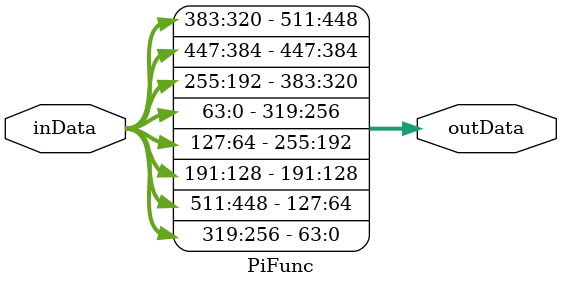
<source format=v>

module PiFunc (
	input wire	[511:0] inData,
	output wire [511:0] outData);
	

	
assign outData[511:448] = inData[383:320];
assign outData[447:384] = inData[447:384];
assign outData[383:320] = inData[255:192];
assign outData[319:256] = inData[63:0];
assign outData[255:192] = inData[127:64];
assign outData[191:128] = inData[191:128];
assign outData[127:64]  = inData[511:448];
assign outData[63:0]    = inData[319:256];

endmodule

</source>
